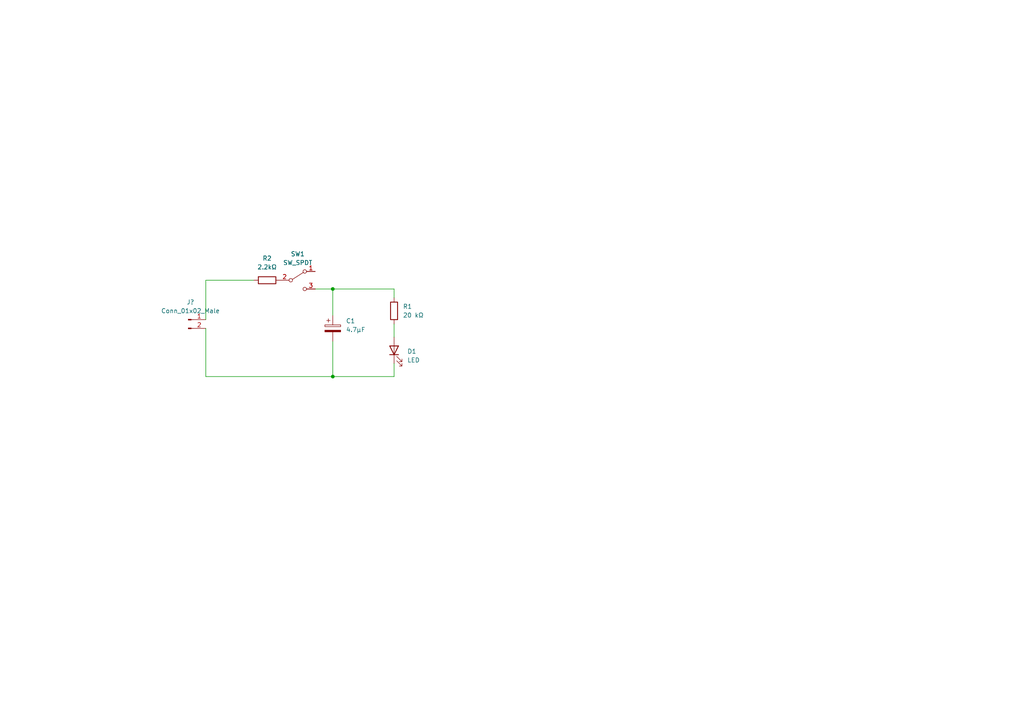
<source format=kicad_sch>
(kicad_sch (version 20211123) (generator eeschema)
  (paper "A4")
  (lib_symbols
    (symbol "Connector:Conn_01x02_Male" (pin_names (offset 1.016) hide)
      (property "Reference" "J" (at 0 2.54 0))
      (property "Value" "Conn_01x02_Male" (at 0 -5.08 0))
      (symbol "Conn_01x02_Male_1_1"
        (polyline (pts (xy 1.27 -2.54) (xy 0.8636 -2.54)) (stroke (width 0.1524)))
        (polyline (pts (xy 1.27 0) (xy 0.8636 0)) (stroke (width 0.1524)))
        (rectangle (start 0.8636 -2.413) (end 0 -2.667) (stroke (width 0.1524)) (fill (type outline)))
        (rectangle (start 0.8636 0.127) (end 0 -0.127) (stroke (width 0.1524)) (fill (type outline)))
        (pin passive line (at 5.08 0 180) (length 3.81) (name "Pin_1") (number "1"))
        (pin passive line (at 5.08 -2.54 180) (length 3.81) (name "Pin_2") (number "2"))
      )
    )
    (symbol "Device:C_Polarized" (pin_numbers hide) (pin_names (offset 0.254))
      (property "Reference" "C" (at 0.635 2.54 0))
      (property "Value" "C_Polarized" (at 0.635 -2.54 0))
      (symbol "C_Polarized_0_1"
        (rectangle (start -2.286 0.508) (end 2.286 1.016))
        (polyline (pts (xy -1.778 2.286) (xy -0.762 2.286)))
        (polyline (pts (xy -1.27 2.794) (xy -1.27 1.778)))
        (rectangle (start 2.286 -0.508) (end -2.286 -1.016) (fill (type outline)))
      )
      (symbol "C_Polarized_1_1"
        (pin passive line (at 0 3.81 270) (length 2.794) (name "~") (number "1"))
        (pin passive line (at 0 -3.81 90) (length 2.794) (name "~") (number "2"))
      )
    )
    (symbol "Device:LED" (pin_numbers hide) (pin_names (offset 1.016) hide)
      (property "Reference" "D" (at 0 2.54 0))
      (property "Value" "LED" (at 0 -2.54 0))
      (symbol "LED_0_1"
        (polyline (pts (xy -1.27 -1.27) (xy -1.27 1.27)) (stroke (width 0.254)))
        (polyline (pts (xy -1.27 0) (xy 1.27 0)))
        (polyline (pts (xy 1.27 -1.27) (xy 1.27 1.27) (xy -1.27 0) (xy 1.27 -1.27)) (stroke (width 0.254)))
        (polyline (pts (xy -3.048 -0.762) (xy -4.572 -2.286) (xy -3.81 -2.286) (xy -4.572 -2.286) (xy -4.572 -1.524)))
        (polyline (pts (xy -1.778 -0.762) (xy -3.302 -2.286) (xy -2.54 -2.286) (xy -3.302 -2.286) (xy -3.302 -1.524)))
      )
      (symbol "LED_1_1"
        (pin passive line (at -3.81 0 0) (length 2.54) (name "K") (number "1"))
        (pin passive line (at 3.81 0 180) (length 2.54) (name "A") (number "2"))
      )
    )
    (symbol "Device:R" (pin_numbers hide) (pin_names (offset 0))
      (property "Reference" "R" (at 2.032 0 90))
      (property "Value" "R" (at 0 0 90))
      (symbol "R_0_1"
        (rectangle (start -1.016 -2.54) (end 1.016 2.54) (stroke (width 0.254)))
      )
      (symbol "R_1_1"
        (pin passive line (at 0 3.81 270) (length 1.27) (name "~") (number "1"))
        (pin passive line (at 0 -3.81 90) (length 1.27) (name "~") (number "2"))
      )
    )
    (symbol "Switch:SW_SPDT" (pin_names (offset 0) hide)
      (property "Reference" "SW" (at 0 4.318 0))
      (property "Value" "SW_SPDT" (at 0 -5.08 0))
      (symbol "SW_SPDT_0_0"
        (circle (center -2.032 0) (radius 0.508))
        (circle (center 2.032 -2.54) (radius 0.508))
      )
      (symbol "SW_SPDT_0_1"
        (polyline (pts (xy -1.524 0.254) (xy 1.651 2.286)))
        (circle (center 2.032 2.54) (radius 0.508))
      )
      (symbol "SW_SPDT_1_1"
        (pin passive line (at 5.08 2.54 180) (length 2.54) (name "A") (number "1"))
        (pin passive line (at -5.08 0 0) (length 2.54) (name "B") (number "2"))
        (pin passive line (at 5.08 -2.54 180) (length 2.54) (name "C") (number "3"))
      )
    )
  )
  (junction (at 96.52 83.82))
  (junction (at 96.52 109.22))
  (wire (pts (xy 114.3 83.82) (xy 114.3 86.36)))
  (wire (pts (xy 96.52 83.82) (xy 96.52 91.44)))
  (wire (pts (xy 59.69 95.25) (xy 59.69 109.22)))
  (wire (pts (xy 114.3 93.98) (xy 114.3 97.79)))
  (wire (pts (xy 59.69 109.22) (xy 96.52 109.22)))
  (wire (pts (xy 114.3 109.22) (xy 114.3 105.41)))
  (wire (pts (xy 96.52 83.82) (xy 114.3 83.82)))
  (wire (pts (xy 59.69 92.71) (xy 59.69 81.28)))
  (wire (pts (xy 59.69 81.28) (xy 73.66 81.28)))
  (wire (pts (xy 96.52 109.22) (xy 114.3 109.22)))
  (wire (pts (xy 91.44 83.82) (xy 96.52 83.82)))
  (wire (pts (xy 96.52 99.06) (xy 96.52 109.22)))
  (symbol (lib_id "Switch:SW_SPDT") (at 86.36 81.28 0) (unit 1)
    (property "Reference" "SW1" (at 86.36 73.66 0))
    (property "Value" "SW_SPDT" (at 86.36 76.2 0))
  )
  (symbol (lib_id "Device:R") (at 77.47 81.28 90) (unit 1)
    (property "Reference" "R2" (at 77.47 74.93 90))
    (property "Value" "2.2kΩ" (at 77.47 77.47 90))
  )
  (symbol (lib_id "Device:C_Polarized") (at 96.52 95.25 0) (unit 1)
    (property "Reference" "C1" (at 100.33 93.0909 0) (effects (justify left)))
    (property "Value" "4.7μF" (at 100.33 95.6309 0) (effects (justify left)))
  )
  (symbol (lib_id "Device:LED") (at 114.3 101.6 90) (unit 1)
    (property "Reference" "D1" (at 118.11 101.9174 90) (effects (justify right)))
    (property "Value" "LED" (at 118.11 104.4574 90) (effects (justify right)))
  )
  (symbol (lib_id "Device:R") (at 114.3 90.17 180) (unit 1)
    (property "Reference" "R1" (at 116.84 88.8999 0) (effects (justify right)))
    (property "Value" "20 kΩ" (at 116.84 91.4399 0) (effects (justify right)))
  )
  (symbol (lib_id "Connector:Conn_01x02_Male") (at 54.61 92.71 0) (unit 1)
    (property "Reference" "J?" (at 55.245 87.63 0))
    (property "Value" "Conn_01x02_Male" (at 55.245 90.17 0))
  )
)
</source>
